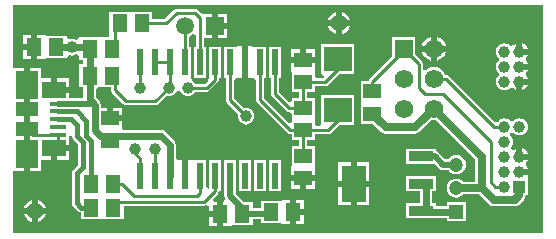
<source format=gtl>
G04 Layer_Physical_Order=1*
G04 Layer_Color=255*
%FSLAX24Y24*%
%MOIN*%
G70*
G01*
G75*
%ADD10R,0.0512X0.0591*%
%ADD11R,0.0827X0.0335*%
%ADD12R,0.0827X0.1220*%
%ADD13R,0.0236X0.0866*%
%ADD14R,0.0236X0.0866*%
%ADD15R,0.0945X0.0827*%
%ADD16R,0.0591X0.0512*%
%ADD17R,0.0827X0.0583*%
%ADD18R,0.0543X0.0177*%
%ADD19R,0.0748X0.0465*%
%ADD20R,0.0748X0.0937*%
%ADD21C,0.0236*%
%ADD22C,0.0100*%
%ADD23C,0.0250*%
%ADD24C,0.0200*%
%ADD25C,0.0150*%
%ADD26C,0.0551*%
%ADD27C,0.0472*%
%ADD28R,0.0472X0.0472*%
%ADD29C,0.0620*%
%ADD30R,0.0620X0.0620*%
%ADD31R,0.0394X0.0394*%
%ADD32C,0.0394*%
%ADD33C,0.0591*%
%ADD34R,0.0591X0.0591*%
G36*
X4198Y-3804D02*
X-13467D01*
Y-1714D01*
X-13124D01*
Y-1146D01*
X-12924D01*
Y-1714D01*
X-12550D01*
Y-1360D01*
X-12218D01*
Y-969D01*
X-12118D01*
Y-869D01*
X-11605D01*
Y-577D01*
X-11509Y-567D01*
X-11505Y-567D01*
X-11496Y-610D01*
X-11462Y-662D01*
X-11308Y-815D01*
Y-1535D01*
X-11462Y-1688D01*
X-11496Y-1740D01*
X-11508Y-1800D01*
Y-2800D01*
X-11496Y-2860D01*
X-11462Y-2912D01*
X-11312Y-3062D01*
X-11260Y-3096D01*
X-11210Y-3106D01*
Y-3325D01*
X-10538D01*
Y-3325D01*
X-10462D01*
Y-3325D01*
X-9790D01*
Y-2883D01*
X-7100D01*
X-7049Y-2872D01*
X-7031Y-2860D01*
X-6931Y-2897D01*
Y-3050D01*
X-6675D01*
Y-2754D01*
X-6786D01*
X-6824Y-2662D01*
X-6656Y-2494D01*
X-6628Y-2451D01*
X-6618Y-2403D01*
X-6552D01*
Y-1377D01*
X-6948D01*
Y-2315D01*
X-6952Y-2318D01*
X-7052Y-2261D01*
Y-1377D01*
X-7448D01*
X-7448Y-1377D01*
X-7532Y-1357D01*
X-7532Y-1357D01*
X-7650D01*
Y-1890D01*
X-7850D01*
Y-1357D01*
X-7968D01*
X-8048Y-1308D01*
Y-850D01*
X-8063Y-773D01*
X-8107Y-707D01*
X-8407Y-407D01*
X-8473Y-363D01*
X-8550Y-348D01*
X-9761D01*
X-9855Y-332D01*
Y-76D01*
X-10250D01*
Y24D01*
X-10350D01*
Y380D01*
X-10548D01*
Y482D01*
X-10563Y559D01*
X-10607Y625D01*
X-10722Y740D01*
Y1004D01*
X-10651Y1075D01*
X-10512Y1075D01*
X-10488Y1075D01*
X-10209D01*
Y976D01*
X-10198Y925D01*
X-10170Y882D01*
X-9794Y506D01*
X-9751Y478D01*
X-9700Y467D01*
X-8731D01*
X-8680Y478D01*
X-8637Y506D01*
X-8356Y787D01*
X-8340Y780D01*
X-8268Y771D01*
X-8195Y780D01*
X-8128Y808D01*
X-8070Y853D01*
X-8026Y910D01*
X-8012Y944D01*
X-7906D01*
X-7892Y910D01*
X-7847Y853D01*
X-7790Y808D01*
X-7722Y780D01*
X-7650Y771D01*
X-7578Y780D01*
X-7510Y808D01*
X-7453Y853D01*
X-7408Y910D01*
X-7405Y917D01*
X-7021D01*
X-6970Y928D01*
X-6927Y956D01*
X-6656Y1227D01*
X-6628Y1270D01*
X-6617Y1321D01*
Y1377D01*
X-6552D01*
Y2403D01*
X-6948D01*
Y1377D01*
X-6948Y1377D01*
X-6948D01*
X-6948Y1377D01*
X-6972Y1287D01*
X-7076Y1183D01*
X-7405D01*
X-7408Y1190D01*
X-7453Y1247D01*
X-7510Y1292D01*
X-7513Y1293D01*
X-7552Y1377D01*
X-7552Y1411D01*
Y2403D01*
X-7617D01*
Y2749D01*
X-7561Y2772D01*
X-7482Y2832D01*
X-7383Y2798D01*
Y2403D01*
X-7448D01*
Y1377D01*
X-7052D01*
Y2403D01*
X-7117D01*
Y2705D01*
X-6850D01*
Y3100D01*
Y3495D01*
X-7145D01*
X-7224Y3547D01*
X-7320Y3644D01*
X-7363Y3672D01*
X-7414Y3683D01*
X-8025D01*
X-8076Y3672D01*
X-8119Y3644D01*
X-8430Y3333D01*
X-8840D01*
Y3575D01*
X-9488D01*
X-9512Y3575D01*
X-9588D01*
X-9612Y3575D01*
X-10260D01*
Y2825D01*
X-10260Y2825D01*
X-10260D01*
X-10261Y2725D01*
X-10488D01*
X-10512Y2725D01*
X-10588D01*
X-10612Y2725D01*
X-10920D01*
X-10924Y2726D01*
X-10928Y2725D01*
X-11260D01*
Y2691D01*
X-11360Y2641D01*
X-11360Y2642D01*
X-11428Y2670D01*
X-11500Y2679D01*
X-11572Y2670D01*
X-11590Y2662D01*
X-11690Y2722D01*
Y2775D01*
X-12326D01*
X-12418Y2795D01*
X-12454Y2795D01*
X-12674D01*
Y2400D01*
Y2005D01*
X-12454D01*
X-12418Y2005D01*
X-12326Y2025D01*
X-11690D01*
Y2078D01*
X-11590Y2138D01*
X-11572Y2130D01*
X-11500Y2121D01*
X-11428Y2130D01*
X-11360Y2158D01*
X-11360Y2159D01*
X-11260Y2109D01*
Y1975D01*
X-11126D01*
Y1825D01*
X-11260D01*
Y1075D01*
X-11126D01*
Y695D01*
X-11605D01*
Y869D01*
X-12118D01*
Y969D01*
X-12218D01*
Y1360D01*
X-12550D01*
Y1714D01*
X-12924D01*
Y1146D01*
X-13124D01*
Y1714D01*
X-13467D01*
Y3804D01*
X4198D01*
Y-3804D01*
D02*
G37*
%LPC*%
G36*
X-3900Y-2074D02*
X-4195D01*
Y-2330D01*
X-3900D01*
Y-2074D01*
D02*
G37*
G36*
X-3405D02*
X-3700D01*
Y-2330D01*
X-3405D01*
Y-2074D01*
D02*
G37*
G36*
X-4552Y-1377D02*
X-4948D01*
Y-2403D01*
X-4552D01*
Y-1377D01*
D02*
G37*
G36*
X-5552D02*
X-5948D01*
Y-2403D01*
X-5552D01*
Y-1377D01*
D02*
G37*
G36*
X-5052D02*
X-5448D01*
Y-2403D01*
X-5052D01*
Y-1377D01*
D02*
G37*
G36*
X615Y-997D02*
X-371D01*
Y-1492D01*
X570D01*
X720Y-1642D01*
X780Y-1682D01*
X850Y-1696D01*
X1042D01*
X1074Y-1738D01*
X1141Y-1789D01*
X1217Y-1821D01*
X1300Y-1832D01*
X1383Y-1821D01*
X1459Y-1789D01*
X1526Y-1738D01*
X1576Y-1672D01*
X1608Y-1595D01*
X1619Y-1513D01*
X1608Y-1430D01*
X1576Y-1353D01*
X1526Y-1287D01*
X1459Y-1236D01*
X1383Y-1205D01*
X1300Y-1194D01*
X1217Y-1205D01*
X1141Y-1236D01*
X1074Y-1287D01*
X1042Y-1329D01*
X926D01*
X712Y-1115D01*
X652Y-1075D01*
X615Y-1068D01*
Y-997D01*
D02*
G37*
G36*
X-11605Y-1068D02*
X-12018D01*
Y-1360D01*
X-11605D01*
Y-1068D01*
D02*
G37*
G36*
X-1609Y-1440D02*
X-2022D01*
Y-2050D01*
X-1609D01*
Y-1440D01*
D02*
G37*
G36*
X3506Y-970D02*
Y-1150D01*
X3686D01*
X3666Y-1100D01*
X3618Y-1038D01*
X3556Y-991D01*
X3506Y-970D01*
D02*
G37*
G36*
X-2222Y-1440D02*
X-2635D01*
Y-2050D01*
X-2222D01*
Y-1440D01*
D02*
G37*
G36*
X-12850Y-3150D02*
X-13115D01*
X-13078Y-3239D01*
X-13018Y-3318D01*
X-12939Y-3378D01*
X-12850Y-3415D01*
Y-3150D01*
D02*
G37*
G36*
X-12385D02*
X-12650D01*
Y-3415D01*
X-12561Y-3378D01*
X-12482Y-3318D01*
X-12422Y-3239D01*
X-12385Y-3150D01*
D02*
G37*
G36*
X-3770Y-3200D02*
X-4026D01*
Y-3495D01*
X-3770D01*
Y-3200D01*
D02*
G37*
G36*
X-6675Y-3250D02*
X-6931D01*
Y-3545D01*
X-6675D01*
Y-3250D01*
D02*
G37*
G36*
X-6052Y-1377D02*
X-6448D01*
Y-2403D01*
X-6434D01*
Y-2550D01*
X-6420Y-2620D01*
X-6397Y-2654D01*
X-6434Y-2754D01*
X-6475D01*
Y-3150D01*
Y-3545D01*
X-6219D01*
X-6219Y-3545D01*
X-6219Y-3545D01*
X-6127Y-3525D01*
X-5491D01*
Y-3333D01*
X-5210D01*
Y-3475D01*
X-4574D01*
X-4482Y-3495D01*
X-4446Y-3495D01*
X-4226D01*
Y-3100D01*
Y-2705D01*
X-4446D01*
X-4482Y-2705D01*
X-4574Y-2725D01*
X-5210D01*
Y-2966D01*
X-5491D01*
Y-2774D01*
X-5766D01*
X-6042Y-2499D01*
X-6052Y-2403D01*
X-6052Y-2403D01*
X-6052Y-2403D01*
Y-1377D01*
D02*
G37*
G36*
X615Y-1903D02*
X-371D01*
Y-2397D01*
X97D01*
Y-2808D01*
X-371D01*
Y-3303D01*
X615D01*
Y-3289D01*
X984D01*
Y-3404D01*
X1616D01*
Y-2771D01*
X984D01*
Y-2885D01*
X615D01*
Y-2808D01*
X501D01*
Y-2397D01*
X615D01*
Y-1903D01*
D02*
G37*
G36*
X-2222Y-2250D02*
X-2635D01*
Y-2860D01*
X-2222D01*
Y-2250D01*
D02*
G37*
G36*
X-1609D02*
X-2022D01*
Y-2860D01*
X-1609D01*
Y-2250D01*
D02*
G37*
G36*
X-12650Y-2685D02*
Y-2950D01*
X-12385D01*
X-12422Y-2861D01*
X-12482Y-2782D01*
X-12561Y-2722D01*
X-12650Y-2685D01*
D02*
G37*
G36*
X-4026Y-2705D02*
Y-3000D01*
X-3770D01*
Y-2705D01*
X-4026D01*
D02*
G37*
G36*
X-12850Y-2685D02*
X-12939Y-2722D01*
X-13018Y-2782D01*
X-13078Y-2861D01*
X-13115Y-2950D01*
X-12850D01*
Y-2685D01*
D02*
G37*
G36*
X-60Y2740D02*
X-840D01*
Y2097D01*
X-1594Y1344D01*
X-1622Y1301D01*
X-1631Y1260D01*
X-1875D01*
Y588D01*
X-1875D01*
Y512D01*
X-1875D01*
Y-160D01*
X-1460D01*
X-1198Y-422D01*
X-1130Y-467D01*
X-1050Y-483D01*
X-74D01*
X-74Y-483D01*
X6Y-467D01*
X74Y-422D01*
X464Y-32D01*
X550Y-43D01*
X636Y-32D01*
X1941Y-1337D01*
Y-2091D01*
X1538D01*
X1526Y-2074D01*
X1459Y-2024D01*
X1383Y-1992D01*
X1300Y-1981D01*
X1217Y-1992D01*
X1141Y-2024D01*
X1074Y-2074D01*
X1024Y-2141D01*
X992Y-2217D01*
X981Y-2300D01*
X992Y-2383D01*
X1024Y-2459D01*
X1074Y-2526D01*
X1141Y-2576D01*
X1217Y-2608D01*
X1300Y-2619D01*
X1383Y-2608D01*
X1459Y-2576D01*
X1526Y-2526D01*
X1538Y-2509D01*
X2063D01*
X2402Y-2848D01*
X2402Y-2848D01*
X2470Y-2893D01*
X2550Y-2909D01*
X3250D01*
X3250Y-2909D01*
X3330Y-2893D01*
X3398Y-2848D01*
X3554Y-2691D01*
X3554Y-2691D01*
X3599Y-2624D01*
X3615Y-2544D01*
X3683Y-2527D01*
Y-1973D01*
X3683Y-1973D01*
X3677Y-1873D01*
X3686Y-1850D01*
X3406D01*
Y-1650D01*
X3686D01*
X3666Y-1600D01*
X3618Y-1538D01*
Y-1462D01*
X3666Y-1400D01*
X3686Y-1350D01*
X3406D01*
Y-1250D01*
X3306D01*
Y-970D01*
X3257Y-991D01*
X3210Y-1027D01*
X3204Y-1028D01*
X3104Y-950D01*
Y-947D01*
X3148Y-890D01*
X3176Y-822D01*
X3186Y-750D01*
X3176Y-678D01*
X3148Y-610D01*
X3104Y-553D01*
Y-447D01*
X3209D01*
X3267Y-492D01*
X3334Y-520D01*
X3406Y-529D01*
X3479Y-520D01*
X3546Y-492D01*
X3604Y-447D01*
X3648Y-390D01*
X3676Y-322D01*
X3686Y-250D01*
X3676Y-178D01*
X3648Y-110D01*
X3604Y-53D01*
X3546Y-8D01*
X3479Y20D01*
X3406Y29D01*
X3334Y20D01*
X3267Y-8D01*
X3209Y-53D01*
X3104D01*
X3046Y-8D01*
X2979Y20D01*
X2906Y29D01*
X2834Y20D01*
X2767Y-8D01*
X2709Y-53D01*
X2689Y-79D01*
X2586Y-87D01*
X2569Y-82D01*
X1044Y1444D01*
X1001Y1472D01*
X950Y1483D01*
X917D01*
X891Y1547D01*
X828Y1628D01*
X747Y1691D01*
X652Y1730D01*
X550Y1743D01*
X448Y1730D01*
X353Y1691D01*
X283Y1636D01*
X239Y1646D01*
X183Y1676D01*
Y1850D01*
X172Y1901D01*
X144Y1944D01*
X-60Y2147D01*
Y2740D01*
D02*
G37*
G36*
X-12874Y2795D02*
X-13130D01*
Y2500D01*
X-12874D01*
Y2795D01*
D02*
G37*
G36*
X-6355Y3000D02*
X-6650D01*
Y2705D01*
X-6355D01*
Y3000D01*
D02*
G37*
G36*
X650Y2750D02*
Y2450D01*
X950D01*
X949Y2457D01*
X908Y2557D01*
X842Y2642D01*
X757Y2708D01*
X657Y2749D01*
X650Y2750D01*
D02*
G37*
G36*
X3306Y2530D02*
X3257Y2509D01*
X3210Y2473D01*
X3104Y2447D01*
X3046Y2492D01*
X2979Y2520D01*
X2906Y2529D01*
X2834Y2520D01*
X2767Y2492D01*
X2709Y2447D01*
X2664Y2390D01*
X2637Y2322D01*
X2627Y2250D01*
X2637Y2178D01*
X2664Y2110D01*
X2709Y2053D01*
Y1947D01*
X2664Y1890D01*
X2637Y1822D01*
X2627Y1750D01*
X2637Y1678D01*
X2664Y1610D01*
X2709Y1553D01*
Y1447D01*
X2664Y1390D01*
X2637Y1322D01*
X2627Y1250D01*
X2637Y1178D01*
X2664Y1110D01*
X2709Y1053D01*
X2767Y1008D01*
X2834Y980D01*
X2906Y971D01*
X2979Y980D01*
X3046Y1008D01*
X3104Y1053D01*
X3210Y1027D01*
X3257Y991D01*
X3306Y970D01*
Y1250D01*
X3406D01*
Y1350D01*
X3686D01*
X3666Y1400D01*
X3618Y1462D01*
Y1538D01*
X3666Y1600D01*
X3686Y1650D01*
X3406D01*
Y1850D01*
X3686D01*
X3666Y1900D01*
X3618Y1962D01*
Y2038D01*
X3666Y2100D01*
X3686Y2150D01*
X3406D01*
Y2250D01*
X3306D01*
Y2530D01*
D02*
G37*
G36*
X450Y2750D02*
X443Y2749D01*
X343Y2708D01*
X258Y2642D01*
X192Y2557D01*
X151Y2457D01*
X150Y2450D01*
X450D01*
Y2750D01*
D02*
G37*
G36*
X-2700Y3565D02*
X-2789Y3528D01*
X-2868Y3468D01*
X-2928Y3389D01*
X-2965Y3300D01*
X-2700D01*
Y3565D01*
D02*
G37*
G36*
X-2500D02*
Y3300D01*
X-2235D01*
X-2272Y3389D01*
X-2332Y3468D01*
X-2411Y3528D01*
X-2500Y3565D01*
D02*
G37*
G36*
X-6650Y3495D02*
Y3200D01*
X-6355D01*
Y3495D01*
X-6650D01*
D02*
G37*
G36*
X-2700Y3100D02*
X-2965D01*
X-2928Y3011D01*
X-2868Y2932D01*
X-2789Y2872D01*
X-2700Y2835D01*
Y3100D01*
D02*
G37*
G36*
X-2235D02*
X-2500D01*
Y2835D01*
X-2411Y2872D01*
X-2332Y2932D01*
X-2272Y3011D01*
X-2235Y3100D01*
D02*
G37*
G36*
X3506Y2530D02*
Y2350D01*
X3686D01*
X3666Y2400D01*
X3618Y2462D01*
X3556Y2509D01*
X3506Y2530D01*
D02*
G37*
G36*
X-5968Y2423D02*
X-6060Y2403D01*
X-6068Y2403D01*
X-6448D01*
Y1377D01*
X-6383D01*
Y640D01*
X-6372Y589D01*
X-6344Y546D01*
X-5975Y178D01*
X-5978Y171D01*
X-5988Y98D01*
X-5978Y26D01*
X-5950Y-41D01*
X-5906Y-99D01*
X-5848Y-143D01*
X-5781Y-171D01*
X-5709Y-181D01*
X-5636Y-171D01*
X-5569Y-143D01*
X-5511Y-99D01*
X-5467Y-41D01*
X-5439Y26D01*
X-5429Y98D01*
X-5439Y171D01*
X-5467Y238D01*
X-5511Y296D01*
X-5569Y340D01*
X-5636Y368D01*
X-5709Y378D01*
X-5781Y368D01*
X-5788Y365D01*
X-6117Y695D01*
Y1304D01*
X-6017Y1367D01*
X-5968Y1357D01*
X-5960Y1357D01*
X-5850D01*
Y1890D01*
Y2423D01*
X-5960D01*
X-5968Y2423D01*
D02*
G37*
G36*
X-2098Y2490D02*
X-3202D01*
Y1503D01*
X-3169D01*
X-3121Y1403D01*
X-3155Y1359D01*
X-3354D01*
X-3425Y1429D01*
Y1526D01*
X-3405Y1618D01*
X-3405Y1654D01*
Y1874D01*
X-4195D01*
Y1654D01*
X-4195Y1618D01*
X-4175Y1526D01*
Y890D01*
X-3933D01*
Y710D01*
X-4175D01*
Y604D01*
X-4275Y563D01*
X-4617Y905D01*
Y1377D01*
X-4552D01*
Y2403D01*
X-4948D01*
Y1377D01*
X-4883D01*
Y850D01*
X-4872Y799D01*
X-4844Y756D01*
X-4368Y280D01*
X-4325Y252D01*
X-4274Y241D01*
X-4246D01*
X-4175Y171D01*
Y62D01*
X-4175Y38D01*
Y-38D01*
X-4175Y-62D01*
Y-107D01*
X-4268Y-145D01*
X-5117Y705D01*
Y1377D01*
X-5052D01*
Y2403D01*
X-5440Y2403D01*
X-5532Y2423D01*
X-5540Y2423D01*
X-5650D01*
Y1890D01*
Y1357D01*
X-5540D01*
X-5532Y1357D01*
X-5483Y1367D01*
X-5392Y1310D01*
X-5383Y1297D01*
Y650D01*
X-5372Y599D01*
X-5344Y556D01*
X-4320Y-468D01*
X-4277Y-496D01*
X-4226Y-507D01*
X-4175D01*
Y-710D01*
X-3933D01*
Y-890D01*
X-4175D01*
Y-1526D01*
X-4195Y-1618D01*
X-4195Y-1654D01*
Y-1874D01*
X-3405D01*
Y-1654D01*
X-3405Y-1618D01*
X-3425Y-1526D01*
Y-890D01*
X-3667D01*
Y-710D01*
X-3425D01*
Y-507D01*
X-2974D01*
X-2923Y-496D01*
X-2880Y-468D01*
X-2602Y-190D01*
X-2098D01*
Y797D01*
X-3202D01*
Y-190D01*
X-3281Y-241D01*
X-3354D01*
X-3425Y-171D01*
Y-62D01*
X-3425Y-38D01*
Y38D01*
X-3425Y62D01*
Y710D01*
X-3667D01*
Y890D01*
X-3425D01*
Y1093D01*
X-3074D01*
X-3023Y1104D01*
X-2980Y1132D01*
X-2609Y1503D01*
X-2098D01*
Y2490D01*
D02*
G37*
G36*
X-11605Y1360D02*
X-12018D01*
Y1068D01*
X-11605D01*
Y1360D01*
D02*
G37*
G36*
X-9855Y380D02*
X-10150D01*
Y124D01*
X-9855D01*
Y380D01*
D02*
G37*
G36*
X3686Y1150D02*
X3506D01*
Y970D01*
X3556Y991D01*
X3618Y1038D01*
X3666Y1100D01*
X3686Y1150D01*
D02*
G37*
G36*
X-3900Y2330D02*
X-4195D01*
Y2074D01*
X-3900D01*
Y2330D01*
D02*
G37*
G36*
X-3405D02*
X-3700D01*
Y2074D01*
X-3405D01*
Y2330D01*
D02*
G37*
G36*
X-12874Y2300D02*
X-13130D01*
Y2005D01*
X-12874D01*
Y2300D01*
D02*
G37*
G36*
X450Y2250D02*
X150D01*
X151Y2243D01*
X192Y2143D01*
X258Y2058D01*
X343Y1992D01*
X443Y1951D01*
X450Y1950D01*
Y2250D01*
D02*
G37*
G36*
X950D02*
X650D01*
Y1950D01*
X657Y1951D01*
X757Y1992D01*
X842Y2058D01*
X908Y2143D01*
X949Y2243D01*
X950Y2250D01*
D02*
G37*
%LPD*%
D10*
X-12774Y2400D02*
D03*
X-12026D02*
D03*
X-4126Y-3100D02*
D03*
X-4874D02*
D03*
X-10924Y2350D02*
D03*
X-10176D02*
D03*
X-10126Y-2950D02*
D03*
X-10874D02*
D03*
Y-2150D02*
D03*
X-10126D02*
D03*
X-10924Y1450D02*
D03*
X-10176D02*
D03*
X-5827Y-3150D02*
D03*
X-6575D02*
D03*
X-9176Y3200D02*
D03*
X-9924D02*
D03*
D11*
X122Y-3056D02*
D03*
Y-2150D02*
D03*
Y-1244D02*
D03*
D12*
X-2122Y-2150D02*
D03*
D13*
X-4750Y1890D02*
D03*
X-5250D02*
D03*
X-5750D02*
D03*
X-6250D02*
D03*
X-6750D02*
D03*
X-7250D02*
D03*
X-7750D02*
D03*
X-8250D02*
D03*
X-8750D02*
D03*
X-9250D02*
D03*
Y-1890D02*
D03*
D14*
X-4750D02*
D03*
X-5250D02*
D03*
X-5750D02*
D03*
X-6250D02*
D03*
X-6750D02*
D03*
X-7250D02*
D03*
X-7750D02*
D03*
X-8250D02*
D03*
X-8750D02*
D03*
D15*
X-2650Y304D02*
D03*
Y1996D02*
D03*
D16*
X-1500Y176D02*
D03*
Y924D02*
D03*
X-3800Y-374D02*
D03*
Y374D02*
D03*
Y-1974D02*
D03*
Y-1226D02*
D03*
Y1226D02*
D03*
Y1974D02*
D03*
X-10250Y24D02*
D03*
Y-724D02*
D03*
D17*
X-12118Y969D02*
D03*
Y-969D02*
D03*
D18*
X-11976Y256D02*
D03*
Y512D02*
D03*
Y-512D02*
D03*
Y-256D02*
D03*
Y0D02*
D03*
D19*
X-13024Y330D02*
D03*
Y-330D02*
D03*
D20*
Y-1146D02*
D03*
Y1146D02*
D03*
D21*
X-11500Y2400D02*
X-11048D01*
X-12026D02*
X-11500D01*
X-11048D02*
X-10924Y2524D01*
Y2350D02*
Y2400D01*
X-10750Y-374D02*
Y482D01*
X-10574Y-550D02*
X-8550D01*
X-10750Y-374D02*
X-10574Y-550D01*
X-8550D02*
X-8250Y-850D01*
Y-1890D02*
Y-850D01*
X350Y-3087D02*
X1300D01*
X299Y-3056D02*
Y-2150D01*
X-10924Y656D02*
X-10780Y512D01*
X-10750Y482D01*
X-10924Y656D02*
Y1450D01*
Y2250D01*
D22*
X-7350Y-2550D02*
X-7250Y-2450D01*
X2450Y-2094D02*
Y-750D01*
X850Y850D02*
X2450Y-750D01*
X250Y850D02*
X850D01*
X2550Y-250D02*
X2906D01*
X950Y1350D02*
X2550Y-250D01*
X550Y1350D02*
X950D01*
X-450Y2300D02*
Y2500D01*
X-1500Y1250D02*
X-450Y2300D01*
X-1500Y924D02*
Y1250D01*
X50Y1050D02*
Y1850D01*
Y1050D02*
X250Y850D01*
X-450Y2350D02*
X50Y1850D01*
X-2600Y0D02*
Y354D01*
X-2974Y-374D02*
X-2600Y0D01*
X-3800Y-374D02*
X-2974D01*
X-2600Y1700D02*
Y2046D01*
X-3074Y1226D02*
X-2600Y1700D01*
X-3800Y1226D02*
X-3074D01*
X2606Y-2250D02*
X2906D01*
X-9700Y600D02*
X-8731D01*
X-10076Y976D02*
X-9700Y600D01*
X-10076Y976D02*
Y1500D01*
X-9250Y-1890D02*
Y-1300D01*
X-9400Y-1150D02*
X-9250Y-1300D01*
X-9400Y-1150D02*
Y-1000D01*
X-4226Y-374D02*
X-3800D01*
X-5250Y650D02*
X-4226Y-374D01*
X-5250Y650D02*
Y1890D01*
X-7650Y1050D02*
X-7021D01*
X-4274Y374D02*
X-3974D01*
X-4750Y850D02*
X-4274Y374D01*
X-4750Y850D02*
Y1890D01*
X-3800Y-1226D02*
Y-374D01*
X-8731Y600D02*
X-8250Y1081D01*
X-10076Y2400D02*
Y3087D01*
X-7250Y-2450D02*
Y-1890D01*
X-6750Y-2400D02*
Y-1890D01*
X-8750D02*
Y-1055D01*
X-9137Y3200D02*
X-8375D01*
X-7250Y1890D02*
Y3386D01*
X-8250Y1081D02*
Y1890D01*
X-7021Y1050D02*
X-6750Y1321D01*
Y1890D01*
X-9252Y1102D02*
Y1888D01*
X-7750Y1890D02*
Y2850D01*
X-7500Y3100D01*
X-8750Y1890D02*
X-8250D01*
X-3800Y374D02*
X-3700D01*
X-3800D02*
Y1226D01*
X-6250Y640D02*
X-5709Y98D01*
X-6250Y640D02*
Y1890D01*
X2450Y-2094D02*
X2606Y-2250D01*
X-8375Y3200D02*
X-8025Y3550D01*
X-7414D01*
X-7250Y3386D01*
X-12842Y-512D02*
X-11976D01*
Y-827D02*
Y-512D01*
X-9926Y-2750D02*
X-7100D01*
X-6750Y-2400D01*
X-10100Y-2150D02*
X-9850D01*
X-9450Y-2550D01*
X-7350D01*
D23*
X2150Y-2300D02*
Y-1250D01*
X550Y350D02*
X2150Y-1250D01*
X-74Y-274D02*
X550Y350D01*
X1300Y-2300D02*
X2150D01*
X3406Y-2544D02*
Y-2250D01*
X2150Y-2300D02*
X2550Y-2700D01*
X3250D01*
X3406Y-2544D01*
X-1500Y176D02*
X-1050Y-274D01*
X-74D01*
D24*
X-6250Y-2550D02*
Y-1890D01*
Y-2550D02*
X-5650Y-3150D01*
X-5000D01*
X122Y-1244D02*
X582D01*
X850Y-1513D01*
X1300D01*
X-11976Y512D02*
X-10780D01*
X-13024Y-1146D02*
Y-330D01*
Y330D01*
Y1146D01*
D25*
X-11550Y0D02*
X-11350Y-200D01*
X-11976Y0D02*
X-11550D01*
X-11356Y256D02*
X-11050Y-50D01*
X-11976Y256D02*
X-11356D01*
X-11050Y-550D02*
Y-50D01*
Y-550D02*
X-10874Y-726D01*
Y-2150D02*
Y-726D01*
X-11350Y-550D02*
X-11150Y-750D01*
Y-1600D02*
Y-750D01*
X-11350Y-1800D02*
X-11150Y-1600D01*
X-11350Y-550D02*
Y-200D01*
Y-2800D02*
X-11200Y-2950D01*
X-10874D01*
X-11350Y-2800D02*
Y-1800D01*
D26*
X-12750Y-3050D02*
D03*
X-2600Y3200D02*
D03*
D27*
X1300Y-2300D02*
D03*
Y-1513D02*
D03*
D28*
Y-3087D02*
D03*
D29*
X-450Y350D02*
D03*
Y1350D02*
D03*
X550Y350D02*
D03*
Y1350D02*
D03*
Y2350D02*
D03*
D30*
X-450D02*
D03*
D31*
X3406Y-2250D02*
D03*
D32*
X2906D02*
D03*
X3406Y-1750D02*
D03*
X2906D02*
D03*
X3406Y-1250D02*
D03*
X2906D02*
D03*
Y-750D02*
D03*
X3406Y-250D02*
D03*
X2906D02*
D03*
X3406Y1250D02*
D03*
X2906D02*
D03*
X3406Y1750D02*
D03*
X2906D02*
D03*
X3406Y2250D02*
D03*
X2906D02*
D03*
X-11500Y2400D02*
D03*
X-9450Y-3250D02*
D03*
X-950Y-1600D02*
D03*
Y-3050D02*
D03*
X-2150Y-3250D02*
D03*
X-3100D02*
D03*
Y-2200D02*
D03*
Y-900D02*
D03*
X-10350Y700D02*
D03*
X-10650Y3550D02*
D03*
X-4750Y3000D02*
D03*
X-8750Y-1000D02*
D03*
X-9400D02*
D03*
X-7650Y1050D02*
D03*
X-9252D02*
D03*
X2800Y-3350D02*
D03*
X3100Y3300D02*
D03*
X-8268Y1050D02*
D03*
X-5709Y98D02*
D03*
Y-984D02*
D03*
X-7800Y-200D02*
D03*
X-8300Y-3250D02*
D03*
D33*
X-7750Y3100D02*
D03*
D34*
X-6750D02*
D03*
M02*

</source>
